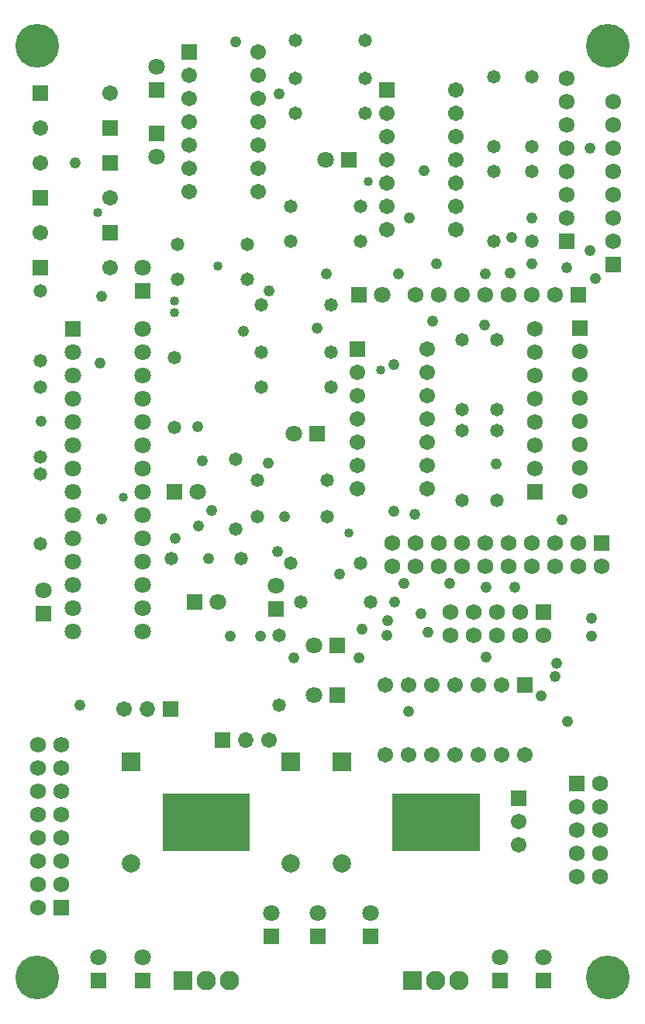
<source format=gbr>
G04 DipTrace 2.3.0.1*
%INTopMask.gbr*%
%MOIN*%
%ADD34C,0.04*%
%ADD38C,0.1417*%
%ADD48C,0.048*%
%ADD50C,0.188*%
%ADD52R,0.0828X0.0828*%
%ADD54C,0.0828*%
%ADD56C,0.0679*%
%ADD58R,0.0679X0.0679*%
%ADD60C,0.058*%
%ADD62C,0.058*%
%ADD64O,0.0671X0.0675*%
%ADD66O,0.0675X0.0671*%
%ADD68R,0.068X0.068*%
%ADD70C,0.068*%
%ADD72C,0.0671*%
%ADD74R,0.0671X0.0671*%
%ADD76C,0.0789*%
%ADD78R,0.0789X0.0789*%
%ADD80R,0.071X0.071*%
%ADD82C,0.071*%
%FSLAX44Y44*%
G04*
G70*
G90*
G75*
G01*
%LNTopMask*%
%LPD*%
D48*
X18127Y36160D3*
X11876Y39442D3*
X10001Y41692D3*
X13500Y29377D3*
X8858Y19488D3*
X4252Y21191D3*
X21811Y31772D3*
X25236Y32717D3*
Y37126D3*
X1638Y25386D3*
X25315Y16142D3*
X20787Y18268D3*
X24031Y21142D3*
X24252Y32008D3*
X25315Y16929D3*
X22008Y18268D3*
X17244Y18425D3*
X18465Y29685D3*
X4188Y27878D3*
X4250Y30753D3*
X20748Y31732D3*
X15433Y16457D3*
X9764Y16142D3*
X7402Y20354D3*
X10354Y29252D3*
X11063Y16142D3*
X22750Y32165D3*
X18661D3*
X16535Y16811D3*
X22758Y34134D3*
X17480D3*
X3307Y13189D3*
X17440Y12909D3*
X23736Y14425D3*
X24270Y12490D3*
X23161Y13598D3*
X23815Y14996D3*
X18268Y16339D3*
X16496Y16181D3*
X15315Y15236D3*
X12520D3*
X8425Y20906D3*
X8976Y21575D3*
X8386Y25157D3*
X11811Y19803D3*
X11417Y23583D3*
X19213Y18425D3*
X20709Y29528D3*
X17992Y17126D3*
X16850Y17638D3*
X14488Y18819D3*
X13898Y31732D3*
X11457Y30984D3*
X21220Y23543D3*
X25472Y31535D3*
X21890Y33307D3*
X16811Y21535D3*
Y27835D3*
X17008Y31732D3*
D50*
X1480Y41520D3*
X26020D3*
Y1480D3*
X1480D3*
D48*
X8583Y23701D3*
X3125Y36504D3*
X12126Y21299D3*
X17717Y21378D3*
D34*
X15705Y35695D3*
X14882Y20591D3*
X5188Y22127D3*
X9250Y32050D3*
X7375Y30550D3*
Y30050D3*
X4063Y34375D3*
X16260Y27598D3*
D48*
X20795Y15256D3*
D82*
X6000Y2375D3*
D80*
Y1375D3*
D82*
X15797Y4260D3*
D80*
Y3260D3*
D82*
X11547Y4260D3*
D80*
Y3260D3*
D82*
X21375Y2375D3*
D80*
Y1375D3*
X4125D3*
D82*
Y2375D3*
D80*
X13547Y3260D3*
D82*
Y4260D3*
D80*
X23250Y1375D3*
D82*
Y2375D3*
X1750Y18125D3*
D80*
Y17125D3*
D82*
X6000Y32000D3*
D80*
Y31000D3*
X7375Y22375D3*
D82*
X8375D3*
X6625Y36750D3*
D80*
Y37750D3*
D82*
X12500Y24875D3*
D80*
X13500D3*
D82*
X13875Y36625D3*
D80*
X14875D3*
D82*
X13376Y15752D3*
D80*
X14376D3*
X6625Y39625D3*
D82*
Y40625D3*
D80*
X15314Y30816D3*
D82*
X16314D3*
D80*
X14377Y13626D3*
D82*
X13377D3*
X9250Y17625D3*
D80*
X8250D3*
D82*
X11751Y18314D3*
D80*
Y17314D3*
D78*
X12375Y10750D3*
D76*
Y6400D3*
D78*
X14564Y10751D3*
D76*
Y6401D3*
D78*
X5500Y10750D3*
D76*
Y6400D3*
D74*
X1625Y39500D3*
D72*
X4625D3*
D74*
Y38000D3*
D72*
X1625D3*
D74*
X4625Y36500D3*
D72*
X1625D3*
D74*
Y35000D3*
D72*
X4625D3*
D74*
Y33500D3*
D72*
X1625D3*
D74*
Y32000D3*
D72*
X4625D3*
D70*
X2500Y5500D3*
Y6500D3*
Y7500D3*
Y8500D3*
Y9500D3*
Y10500D3*
Y11500D3*
X1500D3*
Y10500D3*
Y9500D3*
Y8500D3*
Y7500D3*
Y6500D3*
Y5500D3*
Y4500D3*
D68*
X2500D3*
D74*
X9438Y11689D3*
D66*
X10438D3*
D72*
X11438D3*
D70*
X19232Y16189D3*
Y17189D3*
X20232D3*
Y16189D3*
X21232Y17189D3*
Y16189D3*
X22232Y17189D3*
Y16189D3*
X23232D3*
D68*
Y17189D3*
X25732Y20157D3*
D70*
X24732D3*
X23732D3*
X22732D3*
X21732D3*
X20732D3*
X19732D3*
X18732D3*
X17732D3*
X16732D3*
Y19157D3*
X17732D3*
X18732D3*
X19732D3*
X20732D3*
X21732D3*
X22732D3*
X23732D3*
X24732D3*
X25732D3*
X25690Y5813D3*
X24690D3*
Y6813D3*
X25690D3*
X24690Y7813D3*
X25690D3*
X24690Y8813D3*
X25690D3*
Y9813D3*
D68*
X24690D3*
D74*
X7228Y13031D3*
D66*
X6228D3*
D72*
X5228D3*
D74*
X22190Y9188D3*
D64*
Y8188D3*
D72*
Y7188D3*
D62*
X1625Y23875D3*
D60*
Y26875D3*
D62*
X7500Y33000D3*
D60*
X10500D3*
D62*
X10000Y23750D3*
D60*
Y20750D3*
D62*
X7375Y28125D3*
D60*
Y25125D3*
D62*
X12564Y41754D3*
D60*
X15564D3*
D62*
X1625Y28000D3*
D60*
Y31000D3*
D62*
X11125Y26875D3*
D60*
X14125D3*
D62*
Y28375D3*
D60*
X11125D3*
D62*
X10945Y22874D3*
D60*
X13945D3*
D62*
X13937Y21299D3*
D60*
X10937D3*
D62*
X21250Y22000D3*
D60*
Y25000D3*
D62*
X19752Y25003D3*
D60*
Y22003D3*
D62*
Y25878D3*
D60*
Y28878D3*
D62*
X21252Y25878D3*
D60*
Y28878D3*
D62*
X12564Y38629D3*
D60*
X15564D3*
D62*
Y40129D3*
D60*
X12564D3*
D62*
X12375Y34625D3*
D60*
X15375D3*
D62*
Y33125D3*
D60*
X12375D3*
D62*
X21125D3*
D60*
Y36125D3*
D62*
X22750D3*
D60*
Y33125D3*
D62*
X21127Y40192D3*
D60*
Y37192D3*
D62*
X22752Y37191D3*
D60*
Y40191D3*
D62*
X12812Y17625D3*
D60*
X15812D3*
D62*
X15394Y19291D3*
D60*
X12394D3*
D62*
X1625Y20125D3*
D60*
Y23125D3*
D62*
X11876Y13189D3*
D60*
Y16189D3*
D62*
X10250Y19500D3*
D60*
X7250D3*
D62*
X7500Y31500D3*
D60*
X10500D3*
D62*
X11126Y30378D3*
D60*
X14126D3*
D58*
X24750Y30813D3*
D56*
X23750D3*
X22750D3*
X21750D3*
X20750D3*
X19750D3*
X18750D3*
X17750D3*
D58*
X22875Y22375D3*
D56*
Y23375D3*
Y24375D3*
Y25375D3*
Y26375D3*
Y27375D3*
Y28375D3*
Y29375D3*
D58*
X26250Y32125D3*
D56*
Y33125D3*
Y34125D3*
Y35125D3*
Y36125D3*
Y37125D3*
Y38125D3*
Y39125D3*
D58*
X24815Y29378D3*
D56*
Y28378D3*
Y27378D3*
Y26378D3*
Y25378D3*
Y24378D3*
Y23378D3*
Y22378D3*
D58*
X24250Y33125D3*
D56*
Y34125D3*
Y35125D3*
Y36125D3*
Y37125D3*
Y38125D3*
Y39125D3*
Y40125D3*
D54*
X9750Y1375D3*
X8750D3*
D52*
X7750D3*
D38*
X8750Y8304D3*
D54*
X19625Y1375D3*
X18625D3*
D52*
X17625D3*
D38*
X18625Y8304D3*
D80*
X3000Y29375D3*
D82*
Y28375D3*
Y27375D3*
Y26375D3*
Y25375D3*
Y24375D3*
Y23375D3*
Y22375D3*
Y21375D3*
Y20375D3*
Y19375D3*
Y18375D3*
Y17375D3*
Y16375D3*
X6000D3*
Y17375D3*
Y18375D3*
Y19375D3*
Y20375D3*
Y21375D3*
Y22375D3*
Y23375D3*
Y24375D3*
Y25375D3*
Y26375D3*
Y27375D3*
Y28375D3*
Y29375D3*
D74*
X8000Y41250D3*
D72*
Y40250D3*
Y39250D3*
Y38250D3*
Y37250D3*
Y36250D3*
Y35250D3*
X10992D3*
Y36250D3*
Y37250D3*
Y38250D3*
Y39250D3*
Y40250D3*
Y41250D3*
D74*
X15250Y28500D3*
D72*
Y27500D3*
Y26500D3*
Y25500D3*
Y24500D3*
Y23500D3*
Y22500D3*
X18242D3*
Y23500D3*
Y24500D3*
Y25500D3*
Y26500D3*
Y27500D3*
Y28500D3*
D74*
X16500Y39625D3*
D72*
Y38625D3*
Y37625D3*
Y36625D3*
Y35625D3*
Y34625D3*
Y33625D3*
X19492D3*
Y34625D3*
Y35625D3*
Y36625D3*
Y37625D3*
Y38625D3*
Y39625D3*
D74*
X22440Y14064D3*
D72*
X21440D3*
X20440D3*
X19440D3*
X18440D3*
X17440D3*
X16440D3*
Y11072D3*
X17440D3*
X18440D3*
X19440D3*
X20440D3*
X21440D3*
X22440D3*
G36*
X6876Y9376D2*
X10626D1*
Y6938D1*
X6876D1*
Y9376D1*
G37*
G36*
X16752D2*
X20502D1*
Y6938D1*
X16752D1*
Y9376D1*
G37*
M02*

</source>
